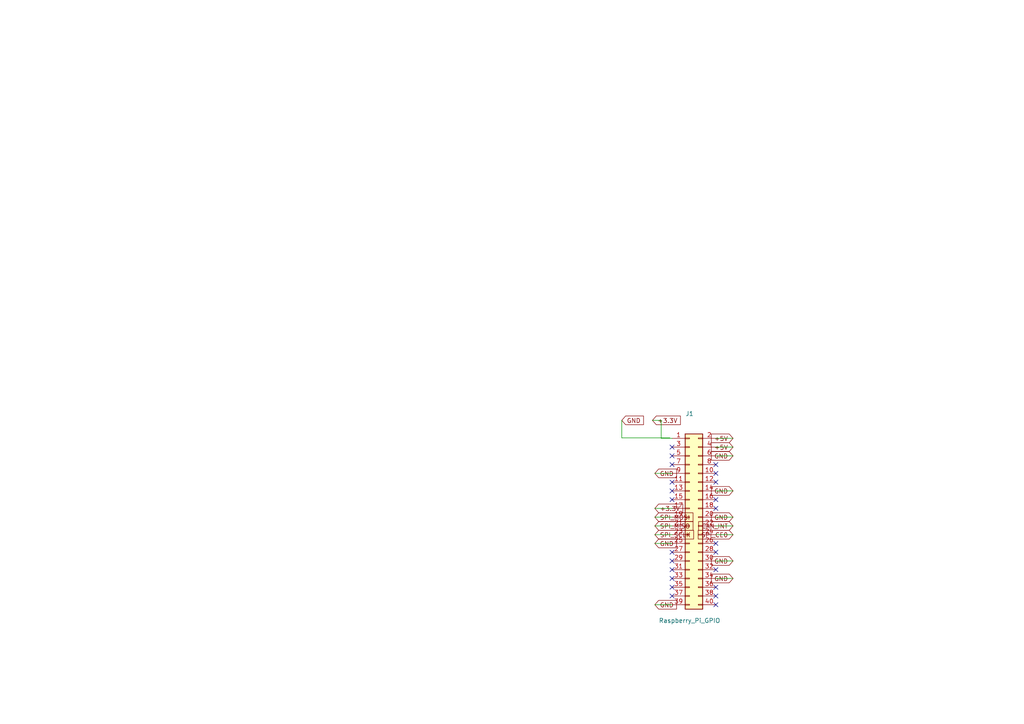
<source format=kicad_sch>
(kicad_sch (version 20250114) (generator "eeschema") (generator_version "9.0")
  (paper "A4")
  (title_block (title "SubaruDash CAN HAT") (date "2026-02-02") (rev "1.0"))
  (lib_symbols
    (symbol "Connector:Screw_Terminal_01x02" (pin_names (offset 1.016) (hide yes))
      (property "Reference" "J" (at 0 2.54 0))
      (property "Value" "Screw_Terminal_01x02" (at 0 -5.08 0))
      (symbol "Screw_Terminal_01x02_1_1"
        (rectangle (start -1.27 1.27) (end 1.27 -3.81) (stroke (width 0.254)) (fill (type background)))
        (polyline (pts (xy -0.5334 0.3302) (xy 0.3302 -0.508)) (stroke (width 0.1524)))
        (polyline (pts (xy -0.5334 -2.2098) (xy 0.3302 -3.048)) (stroke (width 0.1524)))
        (polyline (pts (xy -0.3556 0.508) (xy 0.508 -0.3302)) (stroke (width 0.1524)))
        (polyline (pts (xy -0.3556 -2.032) (xy 0.508 -2.8702)) (stroke (width 0.1524)))
        (circle (center 0 0) (radius 0.635) (stroke (width 0.1524)))
        (circle (center 0 -2.54) (radius 0.635) (stroke (width 0.1524)))
        (pin passive line (at -5.08 0 0) (length 3.81) (name "Pin_1") (number "1"))
        (pin passive line (at -5.08 -2.54 0) (length 3.81) (name "Pin_2") (number "2"))
      )
    )
    (symbol "Connector_Generic:Conn_01x02" (pin_names (offset 1.016) (hide yes))
      (property "Reference" "J" (at 0 2.54 0))
      (property "Value" "Conn_01x02" (at 0 -5.08 0))
      (symbol "Conn_01x02_1_1"
        (rectangle (start -1.27 1.27) (end 1.27 -3.81) (stroke (width 0.254)) (fill (type background)))
        (rectangle (start -1.27 0.127) (end 0 -0.127) (stroke (width 0.1524)))
        (rectangle (start -1.27 -2.413) (end 0 -2.667) (stroke (width 0.1524)))
        (pin passive line (at -5.08 0 0) (length 3.81) (name "Pin_1") (number "1"))
        (pin passive line (at -5.08 -2.54 0) (length 3.81) (name "Pin_2") (number "2"))
      )
    )
    (symbol "Connector_Generic:Conn_01x03" (pin_names (offset 1.016) (hide yes))
      (property "Reference" "J" (at 0 5.08 0))
      (property "Value" "Conn_01x03" (at 0 -5.08 0))
      (symbol "Conn_01x03_1_1"
        (rectangle (start -1.27 3.81) (end 1.27 -3.81) (stroke (width 0.254)) (fill (type background)))
        (rectangle (start -1.27 2.667) (end 0 2.413) (stroke (width 0.1524)))
        (rectangle (start -1.27 0.127) (end 0 -0.127) (stroke (width 0.1524)))
        (rectangle (start -1.27 -2.413) (end 0 -2.667) (stroke (width 0.1524)))
        (pin passive line (at -5.08 2.54 0) (length 3.81) (name "Pin_1") (number "1"))
        (pin passive line (at -5.08 0 0) (length 3.81) (name "Pin_2") (number "2"))
        (pin passive line (at -5.08 -2.54 0) (length 3.81) (name "Pin_3") (number "3"))
      )
    )
    (symbol "Connector_Generic:Conn_01x06" (pin_names (offset 1.016) (hide yes))
      (property "Reference" "J" (at 0 7.62 0))
      (property "Value" "Conn_01x06" (at 0 -10.16 0))
      (symbol "Conn_01x06_1_1"
        (rectangle (start -1.27 6.35) (end 1.27 -8.89) (stroke (width 0.254)) (fill (type background)))
        (rectangle (start -1.27 5.207) (end 0 4.953) (stroke (width 0.1524)))
        (rectangle (start -1.27 2.667) (end 0 2.413) (stroke (width 0.1524)))
        (rectangle (start -1.27 0.127) (end 0 -0.127) (stroke (width 0.1524)))
        (rectangle (start -1.27 -2.413) (end 0 -2.667) (stroke (width 0.1524)))
        (rectangle (start -1.27 -4.953) (end 0 -5.207) (stroke (width 0.1524)))
        (rectangle (start -1.27 -7.493) (end 0 -7.747) (stroke (width 0.1524)))
        (pin passive line (at -5.08 5.08 0) (length 3.81) (name "Pin_1") (number "1"))
        (pin passive line (at -5.08 2.54 0) (length 3.81) (name "Pin_2") (number "2"))
        (pin passive line (at -5.08 0 0) (length 3.81) (name "Pin_3") (number "3"))
        (pin passive line (at -5.08 -2.54 0) (length 3.81) (name "Pin_4") (number "4"))
        (pin passive line (at -5.08 -5.08 0) (length 3.81) (name "Pin_5") (number "5"))
        (pin passive line (at -5.08 -7.62 0) (length 3.81) (name "Pin_6") (number "6"))
      )
    )
    (symbol "Connector_Generic:Conn_01x08" (pin_names (offset 1.016) (hide yes))
      (property "Reference" "J" (at 0 10.16 0))
      (property "Value" "Conn_01x08" (at 0 -12.7 0))
      (symbol "Conn_01x08_1_1"
        (rectangle (start -1.27 8.89) (end 1.27 -11.43) (stroke (width 0.254)) (fill (type background)))
        (rectangle (start -1.27 7.747) (end 0 7.493) (stroke (width 0.1524)))
        (rectangle (start -1.27 5.207) (end 0 4.953) (stroke (width 0.1524)))
        (rectangle (start -1.27 2.667) (end 0 2.413) (stroke (width 0.1524)))
        (rectangle (start -1.27 0.127) (end 0 -0.127) (stroke (width 0.1524)))
        (rectangle (start -1.27 -2.413) (end 0 -2.667) (stroke (width 0.1524)))
        (rectangle (start -1.27 -4.953) (end 0 -5.207) (stroke (width 0.1524)))
        (rectangle (start -1.27 -7.493) (end 0 -7.747) (stroke (width 0.1524)))
        (rectangle (start -1.27 -10.033) (end 0 -10.287) (stroke (width 0.1524)))
        (pin passive line (at -5.08 7.62 0) (length 3.81) (name "Pin_1") (number "1"))
        (pin passive line (at -5.08 5.08 0) (length 3.81) (name "Pin_2") (number "2"))
        (pin passive line (at -5.08 2.54 0) (length 3.81) (name "Pin_3") (number "3"))
        (pin passive line (at -5.08 0 0) (length 3.81) (name "Pin_4") (number "4"))
        (pin passive line (at -5.08 -2.54 0) (length 3.81) (name "Pin_5") (number "5"))
        (pin passive line (at -5.08 -5.08 0) (length 3.81) (name "Pin_6") (number "6"))
        (pin passive line (at -5.08 -7.62 0) (length 3.81) (name "Pin_7") (number "7"))
        (pin passive line (at -5.08 -10.16 0) (length 3.81) (name "Pin_8") (number "8"))
      )
    )
    (symbol "Connector_Generic:Conn_01x16" (pin_names (offset 1.016) (hide yes))
      (property "Reference" "J" (at 0 20.32 0))
      (property "Value" "Conn_01x16" (at 0 -22.86 0))
      (symbol "Conn_01x16_1_1"
        (rectangle (start -1.27 19.05) (end 1.27 -21.59) (stroke (width 0.254)) (fill (type background)))
        (rectangle (start -1.27 17.907) (end 0 17.653) (stroke (width 0.1524)))
        (rectangle (start -1.27 15.367) (end 0 15.113) (stroke (width 0.1524)))
        (rectangle (start -1.27 12.827) (end 0 12.573) (stroke (width 0.1524)))
        (rectangle (start -1.27 10.287) (end 0 10.033) (stroke (width 0.1524)))
        (rectangle (start -1.27 7.747) (end 0 7.493) (stroke (width 0.1524)))
        (rectangle (start -1.27 5.207) (end 0 4.953) (stroke (width 0.1524)))
        (rectangle (start -1.27 2.667) (end 0 2.413) (stroke (width 0.1524)))
        (rectangle (start -1.27 0.127) (end 0 -0.127) (stroke (width 0.1524)))
        (rectangle (start -1.27 -2.413) (end 0 -2.667) (stroke (width 0.1524)))
        (rectangle (start -1.27 -4.953) (end 0 -5.207) (stroke (width 0.1524)))
        (rectangle (start -1.27 -7.493) (end 0 -7.747) (stroke (width 0.1524)))
        (rectangle (start -1.27 -10.033) (end 0 -10.287) (stroke (width 0.1524)))
        (rectangle (start -1.27 -12.573) (end 0 -12.827) (stroke (width 0.1524)))
        (rectangle (start -1.27 -15.113) (end 0 -15.367) (stroke (width 0.1524)))
        (rectangle (start -1.27 -17.653) (end 0 -17.907) (stroke (width 0.1524)))
        (rectangle (start -1.27 -20.193) (end 0 -20.447) (stroke (width 0.1524)))
        (pin passive line (at -5.08 17.78 0) (length 3.81) (name "Pin_1") (number "1"))
        (pin passive line (at -5.08 15.24 0) (length 3.81) (name "Pin_2") (number "2"))
        (pin passive line (at -5.08 12.7 0) (length 3.81) (name "Pin_3") (number "3"))
        (pin passive line (at -5.08 10.16 0) (length 3.81) (name "Pin_4") (number "4"))
        (pin passive line (at -5.08 7.62 0) (length 3.81) (name "Pin_5") (number "5"))
        (pin passive line (at -5.08 5.08 0) (length 3.81) (name "Pin_6") (number "6"))
        (pin passive line (at -5.08 2.54 0) (length 3.81) (name "Pin_7") (number "7"))
        (pin passive line (at -5.08 0 0) (length 3.81) (name "Pin_8") (number "8"))
        (pin passive line (at -5.08 -2.54 0) (length 3.81) (name "Pin_9") (number "9"))
        (pin passive line (at -5.08 -5.08 0) (length 3.81) (name "Pin_10") (number "10"))
        (pin passive line (at -5.08 -7.62 0) (length 3.81) (name "Pin_11") (number "11"))
        (pin passive line (at -5.08 -10.16 0) (length 3.81) (name "Pin_12") (number "12"))
        (pin passive line (at -5.08 -12.7 0) (length 3.81) (name "Pin_13") (number "13"))
        (pin passive line (at -5.08 -15.24 0) (length 3.81) (name "Pin_14") (number "14"))
        (pin passive line (at -5.08 -17.78 0) (length 3.81) (name "Pin_15") (number "15"))
        (pin passive line (at -5.08 -20.32 0) (length 3.81) (name "Pin_16") (number "16"))
      )
    )
    (symbol "Connector_Generic:Conn_02x03_Odd_Even" (pin_names (offset 1.016) (hide yes))
      (property "Reference" "J" (at 1.27 5.08 0))
      (property "Value" "Conn_02x03_Odd_Even" (at 1.27 -5.08 0))
      (symbol "Conn_02x03_Odd_Even_1_1"
        (rectangle (start -1.27 3.81) (end 3.81 -3.81) (stroke (width 0.254)) (fill (type background)))
        (rectangle (start -1.27 2.667) (end 0 2.413) (stroke (width 0.1524)))
        (rectangle (start -1.27 0.127) (end 0 -0.127) (stroke (width 0.1524)))
        (rectangle (start -1.27 -2.413) (end 0 -2.667) (stroke (width 0.1524)))
        (rectangle (start 3.81 2.667) (end 2.54 2.413) (stroke (width 0.1524)))
        (rectangle (start 3.81 0.127) (end 2.54 -0.127) (stroke (width 0.1524)))
        (rectangle (start 3.81 -2.413) (end 2.54 -2.667) (stroke (width 0.1524)))
        (pin passive line (at -5.08 2.54 0) (length 3.81) (name "Pin_1") (number "1"))
        (pin passive line (at -5.08 0 0) (length 3.81) (name "Pin_3") (number "3"))
        (pin passive line (at -5.08 -2.54 0) (length 3.81) (name "Pin_5") (number "5"))
        (pin passive line (at 7.62 2.54 180) (length 3.81) (name "Pin_2") (number "2"))
        (pin passive line (at 7.62 0 180) (length 3.81) (name "Pin_4") (number "4"))
        (pin passive line (at 7.62 -2.54 180) (length 3.81) (name "Pin_6") (number "6"))
      )
    )
    (symbol "Connector_Generic:Conn_02x20_Odd_Even" (pin_names (offset 1.016) (hide yes))
      (property "Reference" "J" (at 1.27 25.4 0))
      (property "Value" "Conn_02x20_Odd_Even" (at 1.27 -27.94 0))
      (symbol "Conn_02x20_Odd_Even_1_1"
        (rectangle (start -1.27 24.13) (end 3.81 -26.67) (stroke (width 0.254)) (fill (type background)))
        (rectangle (start -1.27 22.987) (end 0 22.733) (stroke (width 0.1524)))
        (rectangle (start -1.27 20.447) (end 0 20.193) (stroke (width 0.1524)))
        (rectangle (start -1.27 17.907) (end 0 17.653) (stroke (width 0.1524)))
        (rectangle (start -1.27 15.367) (end 0 15.113) (stroke (width 0.1524)))
        (rectangle (start -1.27 12.827) (end 0 12.573) (stroke (width 0.1524)))
        (rectangle (start -1.27 10.287) (end 0 10.033) (stroke (width 0.1524)))
        (rectangle (start -1.27 7.747) (end 0 7.493) (stroke (width 0.1524)))
        (rectangle (start -1.27 5.207) (end 0 4.953) (stroke (width 0.1524)))
        (rectangle (start -1.27 2.667) (end 0 2.413) (stroke (width 0.1524)))
        (rectangle (start -1.27 0.127) (end 0 -0.127) (stroke (width 0.1524)))
        (rectangle (start -1.27 -2.413) (end 0 -2.667) (stroke (width 0.1524)))
        (rectangle (start -1.27 -4.953) (end 0 -5.207) (stroke (width 0.1524)))
        (rectangle (start -1.27 -7.493) (end 0 -7.747) (stroke (width 0.1524)))
        (rectangle (start -1.27 -10.033) (end 0 -10.287) (stroke (width 0.1524)))
        (rectangle (start -1.27 -12.573) (end 0 -12.827) (stroke (width 0.1524)))
        (rectangle (start -1.27 -15.113) (end 0 -15.367) (stroke (width 0.1524)))
        (rectangle (start -1.27 -17.653) (end 0 -17.907) (stroke (width 0.1524)))
        (rectangle (start -1.27 -20.193) (end 0 -20.447) (stroke (width 0.1524)))
        (rectangle (start -1.27 -22.733) (end 0 -22.987) (stroke (width 0.1524)))
        (rectangle (start -1.27 -25.273) (end 0 -25.527) (stroke (width 0.1524)))
        (rectangle (start 3.81 22.987) (end 2.54 22.733) (stroke (width 0.1524)))
        (rectangle (start 3.81 20.447) (end 2.54 20.193) (stroke (width 0.1524)))
        (rectangle (start 3.81 17.907) (end 2.54 17.653) (stroke (width 0.1524)))
        (rectangle (start 3.81 15.367) (end 2.54 15.113) (stroke (width 0.1524)))
        (rectangle (start 3.81 12.827) (end 2.54 12.573) (stroke (width 0.1524)))
        (rectangle (start 3.81 10.287) (end 2.54 10.033) (stroke (width 0.1524)))
        (rectangle (start 3.81 7.747) (end 2.54 7.493) (stroke (width 0.1524)))
        (rectangle (start 3.81 5.207) (end 2.54 4.953) (stroke (width 0.1524)))
        (rectangle (start 3.81 2.667) (end 2.54 2.413) (stroke (width 0.1524)))
        (rectangle (start 3.81 0.127) (end 2.54 -0.127) (stroke (width 0.1524)))
        (rectangle (start 3.81 -2.413) (end 2.54 -2.667) (stroke (width 0.1524)))
        (rectangle (start 3.81 -4.953) (end 2.54 -5.207) (stroke (width 0.1524)))
        (rectangle (start 3.81 -7.493) (end 2.54 -7.747) (stroke (width 0.1524)))
        (rectangle (start 3.81 -10.033) (end 2.54 -10.287) (stroke (width 0.1524)))
        (rectangle (start 3.81 -12.573) (end 2.54 -12.827) (stroke (width 0.1524)))
        (rectangle (start 3.81 -15.113) (end 2.54 -15.367) (stroke (width 0.1524)))
        (rectangle (start 3.81 -17.653) (end 2.54 -17.907) (stroke (width 0.1524)))
        (rectangle (start 3.81 -20.193) (end 2.54 -20.447) (stroke (width 0.1524)))
        (rectangle (start 3.81 -22.733) (end 2.54 -22.987) (stroke (width 0.1524)))
        (rectangle (start 3.81 -25.273) (end 2.54 -25.527) (stroke (width 0.1524)))
        (pin passive line (at -5.08 22.86 0) (length 3.81) (name "Pin_1") (number "1"))
        (pin passive line (at -5.08 20.32 0) (length 3.81) (name "Pin_3") (number "3"))
        (pin passive line (at -5.08 17.78 0) (length 3.81) (name "Pin_5") (number "5"))
        (pin passive line (at -5.08 15.24 0) (length 3.81) (name "Pin_7") (number "7"))
        (pin passive line (at -5.08 12.7 0) (length 3.81) (name "Pin_9") (number "9"))
        (pin passive line (at -5.08 10.16 0) (length 3.81) (name "Pin_11") (number "11"))
        (pin passive line (at -5.08 7.62 0) (length 3.81) (name "Pin_13") (number "13"))
        (pin passive line (at -5.08 5.08 0) (length 3.81) (name "Pin_15") (number "15"))
        (pin passive line (at -5.08 2.54 0) (length 3.81) (name "Pin_17") (number "17"))
        (pin passive line (at -5.08 0 0) (length 3.81) (name "Pin_19") (number "19"))
        (pin passive line (at -5.08 -2.54 0) (length 3.81) (name "Pin_21") (number "21"))
        (pin passive line (at -5.08 -5.08 0) (length 3.81) (name "Pin_23") (number "23"))
        (pin passive line (at -5.08 -7.62 0) (length 3.81) (name "Pin_25") (number "25"))
        (pin passive line (at -5.08 -10.16 0) (length 3.81) (name "Pin_27") (number "27"))
        (pin passive line (at -5.08 -12.7 0) (length 3.81) (name "Pin_29") (number "29"))
        (pin passive line (at -5.08 -15.24 0) (length 3.81) (name "Pin_31") (number "31"))
        (pin passive line (at -5.08 -17.78 0) (length 3.81) (name "Pin_33") (number "33"))
        (pin passive line (at -5.08 -20.32 0) (length 3.81) (name "Pin_35") (number "35"))
        (pin passive line (at -5.08 -22.86 0) (length 3.81) (name "Pin_37") (number "37"))
        (pin passive line (at -5.08 -25.4 0) (length 3.81) (name "Pin_39") (number "39"))
        (pin passive line (at 7.62 22.86 180) (length 3.81) (name "Pin_2") (number "2"))
        (pin passive line (at 7.62 20.32 180) (length 3.81) (name "Pin_4") (number "4"))
        (pin passive line (at 7.62 17.78 180) (length 3.81) (name "Pin_6") (number "6"))
        (pin passive line (at 7.62 15.24 180) (length 3.81) (name "Pin_8") (number "8"))
        (pin passive line (at 7.62 12.7 180) (length 3.81) (name "Pin_10") (number "10"))
        (pin passive line (at 7.62 10.16 180) (length 3.81) (name "Pin_12") (number "12"))
        (pin passive line (at 7.62 7.62 180) (length 3.81) (name "Pin_14") (number "14"))
        (pin passive line (at 7.62 5.08 180) (length 3.81) (name "Pin_16") (number "16"))
        (pin passive line (at 7.62 2.54 180) (length 3.81) (name "Pin_18") (number "18"))
        (pin passive line (at 7.62 0 180) (length 3.81) (name "Pin_20") (number "20"))
        (pin passive line (at 7.62 -2.54 180) (length 3.81) (name "Pin_22") (number "22"))
        (pin passive line (at 7.62 -5.08 180) (length 3.81) (name "Pin_24") (number "24"))
        (pin passive line (at 7.62 -7.62 180) (length 3.81) (name "Pin_26") (number "26"))
        (pin passive line (at 7.62 -10.16 180) (length 3.81) (name "Pin_28") (number "28"))
        (pin passive line (at 7.62 -12.7 180) (length 3.81) (name "Pin_30") (number "30"))
        (pin passive line (at 7.62 -15.24 180) (length 3.81) (name "Pin_32") (number "32"))
        (pin passive line (at 7.62 -17.78 180) (length 3.81) (name "Pin_34") (number "34"))
        (pin passive line (at 7.62 -20.32 180) (length 3.81) (name "Pin_36") (number "36"))
        (pin passive line (at 7.62 -22.86 180) (length 3.81) (name "Pin_38") (number "38"))
        (pin passive line (at 7.62 -25.4 180) (length 3.81) (name "Pin_40") (number "40"))
      )
    )
    (symbol "Device:C" (pin_numbers (hide yes)) (pin_names (offset 0.254))
      (property "Reference" "C" (at 0.635 2.54 0))
      (property "Value" "C" (at 0.635 -2.54 0))
      (symbol "C_0_1"
        (polyline (pts (xy -2.032 0.762) (xy 2.032 0.762)) (stroke (width 0.508)))
        (polyline (pts (xy -2.032 -0.762) (xy 2.032 -0.762)) (stroke (width 0.508)))
      )
      (symbol "C_1_1"
        (pin passive line (at 0 3.81 270) (length 2.794) (name "~") (number "1"))
        (pin passive line (at 0 -3.81 90) (length 2.794) (name "~") (number "2"))
      )
    )
    (symbol "Device:Crystal" (pin_numbers (hide yes)) (pin_names (offset 1.016) (hide yes))
      (property "Reference" "Y" (at 0 3.81 0))
      (property "Value" "Crystal" (at 0 -3.81 0))
      (symbol "Crystal_0_1"
        (polyline (pts (xy -2.54 0) (xy -1.905 0)))
        (polyline (pts (xy -1.905 -1.27) (xy -1.905 1.27)) (stroke (width 0.508)))
        (rectangle (start -1.143 2.54) (end 1.143 -2.54) (stroke (width 0.3048)))
        (polyline (pts (xy 1.905 -1.27) (xy 1.905 1.27)) (stroke (width 0.508)))
        (polyline (pts (xy 2.54 0) (xy 1.905 0)))
      )
      (symbol "Crystal_1_1"
        (pin passive line (at -3.81 0 0) (length 1.27) (name "1") (number "1"))
        (pin passive line (at 3.81 0 180) (length 1.27) (name "2") (number "2"))
      )
    )
    (symbol "Device:D_Schottky" (pin_numbers (hide yes)) (pin_names (offset 1.016) (hide yes))
      (property "Reference" "D" (at 0 2.54 0))
      (property "Value" "D_Schottky" (at 0 -2.54 0))
      (symbol "D_Schottky_0_1"
        (polyline (pts (xy -1.905 0.635) (xy -1.905 1.27) (xy -1.27 1.27) (xy -1.27 -1.27) (xy -0.635 -1.27) (xy -0.635 -0.635)) (stroke (width 0.254)))
        (polyline (pts (xy 1.27 1.27) (xy 1.27 -1.27) (xy -1.27 0) (xy 1.27 1.27)) (stroke (width 0.254)))
        (polyline (pts (xy 1.27 0) (xy -1.27 0)))
      )
      (symbol "D_Schottky_1_1"
        (pin passive line (at -3.81 0 0) (length 2.54) (name "K") (number "1"))
        (pin passive line (at 3.81 0 180) (length 2.54) (name "A") (number "2"))
      )
    )
    (symbol "Device:D_TVS" (pin_numbers (hide yes)) (pin_names (offset 1.016) (hide yes))
      (property "Reference" "D" (at 0 2.54 0))
      (property "Value" "D_TVS" (at 0 -2.54 0))
      (symbol "D_TVS_0_1"
        (polyline (pts (xy -2.54 1.27) (xy -2.54 -1.27) (xy 2.54 1.27) (xy 2.54 -1.27) (xy -2.54 1.27)) (stroke (width 0.254)))
        (polyline (pts (xy 0.508 1.27) (xy 0 1.27) (xy 0 -1.27) (xy -0.508 -1.27)) (stroke (width 0.254)))
        (polyline (pts (xy 1.27 0) (xy -1.27 0)))
      )
      (symbol "D_TVS_1_1"
        (pin passive line (at -3.81 0 0) (length 2.54) (name "A1") (number "1"))
        (pin passive line (at 3.81 0 180) (length 2.54) (name "A2") (number "2"))
      )
    )
    (symbol "Device:Fuse" (pin_numbers (hide yes)) (pin_names (offset 0))
      (property "Reference" "F" (at 2.032 0 90))
      (property "Value" "Fuse" (at -1.905 0 90))
      (symbol "Fuse_0_1"
        (rectangle (start -0.762 -2.54) (end 0.762 2.54) (stroke (width 0.254)))
        (polyline (pts (xy 0 2.54) (xy 0 -2.54)))
      )
      (symbol "Fuse_1_1"
        (pin passive line (at 0 3.81 270) (length 1.27) (name "~") (number "1"))
        (pin passive line (at 0 -3.81 90) (length 1.27) (name "~") (number "2"))
      )
    )
    (symbol "Device:L" (pin_numbers (hide yes)) (pin_names (offset 1.016) (hide yes))
      (property "Reference" "L" (at -1.27 0 90))
      (property "Value" "L" (at 1.905 0 90))
      (symbol "L_0_1"
        (arc (start 0 2.54) (mid 0.6323 1.905) (end 0 1.27))
        (arc (start 0 1.27) (mid 0.6323 0.635) (end 0 0))
        (arc (start 0 0) (mid 0.6323 -0.635) (end 0 -1.27))
        (arc (start 0 -1.27) (mid 0.6323 -1.905) (end 0 -2.54))
      )
      (symbol "L_1_1"
        (pin passive line (at 0 3.81 270) (length 1.27) (name "1") (number "1"))
        (pin passive line (at 0 -3.81 90) (length 1.27) (name "2") (number "2"))
      )
    )
    (symbol "Device:LED" (pin_numbers (hide yes)) (pin_names (offset 1.016) (hide yes))
      (property "Reference" "D" (at 0 2.54 0))
      (property "Value" "LED" (at 0 -2.54 0))
      (symbol "LED_0_1"
        (polyline (pts (xy -3.048 -0.762) (xy -4.572 -2.286) (xy -3.81 -2.286) (xy -4.572 -2.286) (xy -4.572 -1.524)))
        (polyline (pts (xy -1.778 -0.762) (xy -3.302 -2.286) (xy -2.54 -2.286) (xy -3.302 -2.286) (xy -3.302 -1.524)))
        (polyline (pts (xy -1.27 0) (xy 1.27 0)))
        (polyline (pts (xy -1.27 -1.27) (xy -1.27 1.27)) (stroke (width 0.254)))
        (polyline (pts (xy 1.27 -1.27) (xy 1.27 1.27) (xy -1.27 0) (xy 1.27 -1.27)) (stroke (width 0.254)))
      )
      (symbol "LED_1_1"
        (pin passive line (at -3.81 0 0) (length 2.54) (name "K") (number "1"))
        (pin passive line (at 3.81 0 180) (length 2.54) (name "A") (number "2"))
      )
    )
    (symbol "Device:R" (pin_numbers (hide yes)) (pin_names (offset 0))
      (property "Reference" "R" (at 2.032 0 90))
      (property "Value" "R" (at 0 0 90))
      (symbol "R_0_1"
        (rectangle (start -1.016 -2.54) (end 1.016 2.54) (stroke (width 0.254)))
      )
      (symbol "R_1_1"
        (pin passive line (at 0 3.81 270) (length 1.27) (name "~") (number "1"))
        (pin passive line (at 0 -3.81 90) (length 1.27) (name "~") (number "2"))
      )
    )
    (symbol "Interface_CAN_LIN:MCP2515-xSO"
      (property "Reference" "U" (at -10.16 19.685 0))
      (property "Value" "MCP2515-xSO" (at 19.05 20.32 0))
      (symbol "MCP2515-xSO_0_1"
        (rectangle (start -12.7 17.78) (end 12.7 -17.78) (stroke (width 0.254)) (fill (type background)))
      )
      (symbol "MCP2515-xSO_1_1"
        (pin input line (at -15.24 15.24 0) (length 2.54) (name "SI") (number "14"))
        (pin output line (at -15.24 12.7 0) (length 2.54) (name "SO") (number "15"))
        (pin input line (at -15.24 10.16 0) (length 2.54) (name "~{CS}") (number "16"))
        (pin input line (at -15.24 7.62 0) (length 2.54) (name "SCK") (number "13"))
        (pin output line (at -15.24 -5.08 0) (length 2.54) (name "OSC2") (number "7"))
        (pin input line (at -15.24 -7.62 0) (length 2.54) (name "OSC1") (number "8"))
        (pin output line (at -15.24 -10.16 0) (length 2.54) (name "CLKOUT/SOF") (number "3"))
        (pin power_in line (at 0 20.32 270) (length 2.54) (name "VDD") (number "18"))
        (pin power_in line (at 0 -20.32 90) (length 2.54) (name "VSS") (number "9"))
        (pin input line (at 15.24 15.24 180) (length 2.54) (name "RXCAN") (number "2"))
        (pin output line (at 15.24 12.7 180) (length 2.54) (name "TXCAN") (number "1"))
        (pin output line (at 15.24 0 180) (length 2.54) (name "~{INT}") (number "12"))
        (pin output line (at 15.24 -2.54 180) (length 2.54) (name "~{RX0BF}") (number "11"))
        (pin output line (at 15.24 -5.08 180) (length 2.54) (name "~{RX1BF}") (number "10"))
        (pin input line (at 15.24 -7.62 180) (length 2.54) (name "~{TX0RTS}") (number "4"))
        (pin input line (at 15.24 -10.16 180) (length 2.54) (name "~{TX1RTS}") (number "5"))
        (pin input line (at 15.24 -12.7 180) (length 2.54) (name "~{TX2RTS}") (number "6"))
        (pin input line (at 15.24 -15.24 180) (length 2.54) (name "~{RESET}") (number "17"))
      )
    )
    (symbol "Interface_CAN_LIN:SN65HVD230" (pin_names (offset 1.016))
      (property "Reference" "U" (at -2.54 10.16 0))
      (property "Value" "SN65HVD230" (at -2.54 7.62 0))
      (symbol "SN65HVD230_0_1"
        (rectangle (start -7.62 5.08) (end 7.62 -7.62) (stroke (width 0.254)) (fill (type background)))
      )
      (symbol "SN65HVD230_1_1"
        (pin input line (at -10.16 2.54 0) (length 2.54) (name "D") (number "1"))
        (pin output line (at -10.16 0 0) (length 2.54) (name "R") (number "4"))
        (pin output line (at -10.16 -2.54 0) (length 2.54) (name "Vref") (number "5"))
        (pin input line (at -10.16 -5.08 0) (length 2.54) (name "Rs") (number "8"))
        (pin power_in line (at 0 7.62 270) (length 2.54) (name "VCC") (number "3"))
        (pin power_in line (at 0 -10.16 90) (length 2.54) (name "GND") (number "2"))
        (pin bidirectional line (at 10.16 0 180) (length 2.54) (name "CANH") (number "7"))
        (pin bidirectional line (at 10.16 -2.54 180) (length 2.54) (name "CANL") (number "6"))
      )
    )
    (symbol "Isolator:LTV-817S" (pin_names (offset 1.016))
      (property "Reference" "U" (at -3.81 5.08 0))
      (property "Value" "LTV-817S" (at 0 -5.08 0))
      (symbol "LTV-817S_1_1"
        (rectangle (start -5.08 3.81) (end 5.08 -3.81) (stroke (width 0.254)) (fill (type background)))
        (polyline (pts (xy -5.08 2.54) (xy -2.54 2.54) (xy -2.54 -0.762)))
        (polyline (pts (xy -3.175 -0.635) (xy -1.905 -0.635)) (stroke (width 0.254)))
        (polyline (pts (xy -2.54 -0.635) (xy -2.54 -2.54) (xy -5.08 -2.54)))
        (polyline (pts (xy -2.54 -0.635) (xy -3.175 0.635) (xy -1.905 0.635) (xy -2.54 -0.635)) (stroke (width 0.254)))
        (polyline (pts (xy -0.508 0.508) (xy 0.762 0.508) (xy 0.381 0.381) (xy 0.381 0.635) (xy 0.762 0.508)))
        (polyline (pts (xy -0.508 -0.508) (xy 0.762 -0.508) (xy 0.381 -0.635) (xy 0.381 -0.381) (xy 0.762 -0.508)))
        (polyline (pts (xy 2.54 1.905) (xy 2.54 -1.905)) (stroke (width 0.508)))
        (polyline (pts (xy 2.54 0.635) (xy 4.445 2.54)))
        (polyline (pts (xy 3.048 -1.651) (xy 3.556 -1.143) (xy 4.064 -2.159) (xy 3.048 -1.651)) (fill (type outline)))
        (polyline (pts (xy 4.445 2.54) (xy 5.08 2.54)))
        (polyline (pts (xy 4.445 -2.54) (xy 2.54 -0.635)) (fill (type outline)))
        (polyline (pts (xy 4.445 -2.54) (xy 5.08 -2.54)))
        (pin passive line (at -7.62 2.54 0) (length 2.54) (name "~") (number "1"))
        (pin passive line (at -7.62 -2.54 0) (length 2.54) (name "~") (number "2"))
        (pin passive line (at 7.62 2.54 180) (length 2.54) (name "~") (number "4"))
        (pin passive line (at 7.62 -2.54 180) (length 2.54) (name "~") (number "3"))
      )
    )
    (symbol "MCU_Microchip_ATtiny:ATtiny85-20P"
      (property "Reference" "U" (at -12.7 13.97 0))
      (property "Value" "ATtiny85-20P" (at 2.54 -13.97 0))
      (symbol "ATtiny85-20P_0_1"
        (rectangle (start -12.7 -12.7) (end 12.7 12.7) (stroke (width 0.254)) (fill (type background)))
      )
      (symbol "ATtiny85-20P_1_1"
        (pin power_in line (at 0 15.24 270) (length 2.54) (name "VCC") (number "8"))
        (pin power_in line (at 0 -15.24 90) (length 2.54) (name "GND") (number "4"))
        (pin bidirectional line (at 15.24 7.62 180) (length 2.54) (name "AREF/PB0") (number "5"))
        (pin bidirectional line (at 15.24 5.08 180) (length 2.54) (name "PB1") (number "6"))
        (pin bidirectional line (at 15.24 2.54 180) (length 2.54) (name "PB2") (number "7"))
        (pin bidirectional line (at 15.24 0 180) (length 2.54) (name "XTAL1/PB3") (number "2"))
        (pin bidirectional line (at 15.24 -2.54 180) (length 2.54) (name "XTAL2/PB4") (number "3"))
        (pin bidirectional line (at 15.24 -5.08 180) (length 2.54) (name "~{RESET}/PB5") (number "1"))
      )
    )
    (symbol "Regulator_Linear:AMS1117-3.3"
      (property "Reference" "U" (at -3.81 3.175 0))
      (property "Value" "AMS1117-3.3" (at 0 3.175 0))
      (symbol "AMS1117-3.3_0_1"
        (rectangle (start -5.08 -5.08) (end 5.08 1.905) (stroke (width 0.254)) (fill (type background)))
      )
      (symbol "AMS1117-3.3_1_1"
        (pin power_in line (at -7.62 0 0) (length 2.54) (name "VI") (number "3"))
        (pin power_in line (at 0 -7.62 90) (length 2.54) (name "GND") (number "1"))
        (pin power_out line (at 7.62 0 180) (length 2.54) (name "VO") (number "2"))
      )
    )
    (symbol "Regulator_Switching:TPS54560BDDA"
      (property "Reference" "U" (at -6.35 8.89 0))
      (property "Value" "TPS54560BDDA" (at 10.16 8.89 0))
      (symbol "TPS54560BDDA_0_1"
        (rectangle (start -10.16 7.62) (end 10.16 -7.62) (stroke (width 0.254)) (fill (type background)))
      )
      (symbol "TPS54560BDDA_1_1"
        (pin power_in line (at -12.7 5.08 0) (length 2.54) (name "VIN") (number "2"))
        (pin input line (at -12.7 0 0) (length 2.54) (name "EN") (number "3"))
        (pin output line (at -12.7 -2.54 0) (length 2.54) (name "COMP") (number "6"))
        (pin passive line (at -12.7 -5.08 0) (length 2.54) (name "RT/CLK") (number "4"))
        (pin power_in line (at 0 -10.16 90) (length 2.54) (name "GND") (number "7"))
        (pin passive line (at 0 -10.16 90) (length 2.54) (hide yes) (name "GND") (number "9"))
        (pin passive line (at 12.7 5.08 180) (length 2.54) (name "BOOT") (number "1"))
        (pin power_out line (at 12.7 0 180) (length 2.54) (name "SW") (number "8"))
        (pin input line (at 12.7 -5.08 180) (length 2.54) (name "FB") (number "5"))
      )
    )
    (symbol "Transistor_FET:2N7002" (pin_names (offset 0) (hide yes))
      (property "Reference" "Q" (at 5.08 1.905 0))
      (property "Value" "2N7002" (at 5.08 0 0))
      (symbol "2N7002_0_1"
        (polyline (pts (xy 0.254 1.905) (xy 0.254 -1.905)) (stroke (width 0.254)))
        (polyline (pts (xy 0.254 0) (xy -2.54 0)))
        (polyline (pts (xy 0.762 2.286) (xy 0.762 1.27)) (stroke (width 0.254)))
        (polyline (pts (xy 0.762 0.508) (xy 0.762 -0.508)) (stroke (width 0.254)))
        (polyline (pts (xy 0.762 -1.27) (xy 0.762 -2.286)) (stroke (width 0.254)))
        (polyline (pts (xy 0.762 -1.778) (xy 3.302 -1.778) (xy 3.302 1.778) (xy 0.762 1.778)))
        (polyline (pts (xy 1.016 0) (xy 2.032 0.381) (xy 2.032 -0.381) (xy 1.016 0)) (fill (type outline)))
        (circle (center 1.651 0) (radius 2.794) (stroke (width 0.254)))
        (polyline (pts (xy 2.54 2.54) (xy 2.54 1.778)))
        (circle (center 2.54 1.778) (radius 0.254) (fill (type outline)))
        (circle (center 2.54 -1.778) (radius 0.254) (fill (type outline)))
        (polyline (pts (xy 2.54 -2.54) (xy 2.54 0) (xy 0.762 0)))
        (polyline (pts (xy 2.921 0.381) (xy 3.683 0.381)))
        (polyline (pts (xy 3.302 0.381) (xy 2.921 -0.254) (xy 3.683 -0.254) (xy 3.302 0.381)))
      )
      (symbol "2N7002_1_1"
        (pin input line (at -5.08 0 0) (length 2.54) (name "G") (number "1"))
        (pin passive line (at 2.54 5.08 270) (length 2.54) (name "D") (number "3"))
        (pin passive line (at 2.54 -5.08 90) (length 2.54) (name "S") (number "2"))
      )
    )
    (symbol "Transistor_FET:IRLB8721PBF" (pin_names (hide yes))
      (property "Reference" "Q" (at 5.08 1.905 0))
      (property "Value" "IRLB8721PBF" (at 5.08 0 0))
      (symbol "IRLB8721PBF_0_1"
        (polyline (pts (xy 0.254 1.905) (xy 0.254 -1.905)) (stroke (width 0.254)))
        (polyline (pts (xy 0.254 0) (xy -2.54 0)))
        (polyline (pts (xy 0.762 2.286) (xy 0.762 1.27)) (stroke (width 0.254)))
        (polyline (pts (xy 0.762 0.508) (xy 0.762 -0.508)) (stroke (width 0.254)))
        (polyline (pts (xy 0.762 -1.27) (xy 0.762 -2.286)) (stroke (width 0.254)))
        (polyline (pts (xy 0.762 -1.778) (xy 3.302 -1.778) (xy 3.302 1.778) (xy 0.762 1.778)))
        (polyline (pts (xy 1.016 0) (xy 2.032 0.381) (xy 2.032 -0.381) (xy 1.016 0)) (fill (type outline)))
        (circle (center 1.651 0) (radius 2.794) (stroke (width 0.254)))
        (polyline (pts (xy 2.54 2.54) (xy 2.54 1.778)))
        (circle (center 2.54 1.778) (radius 0.254) (fill (type outline)))
        (circle (center 2.54 -1.778) (radius 0.254) (fill (type outline)))
        (polyline (pts (xy 2.54 -2.54) (xy 2.54 0) (xy 0.762 0)))
        (polyline (pts (xy 2.794 0.508) (xy 2.921 0.381) (xy 3.683 0.381) (xy 3.81 0.254)))
        (polyline (pts (xy 3.302 0.381) (xy 2.921 -0.254) (xy 3.683 -0.254) (xy 3.302 0.381)))
      )
      (symbol "IRLB8721PBF_1_1"
        (pin input line (at -5.08 0 0) (length 2.54) (name "G") (number "1"))
        (pin passive line (at 2.54 5.08 270) (length 2.54) (name "D") (number "2"))
        (pin passive line (at 2.54 -5.08 90) (length 2.54) (name "S") (number "3"))
      )
    )
    (symbol "power:GND" (power) (pin_numbers (hide yes)) (pin_names (offset 0) (hide yes))
      (property "Value" "GND" (at 0 -3.81 0))
      (symbol "GND_0_1"
        (polyline (pts (xy 0 0) (xy 0 -1.27) (xy 1.27 -1.27) (xy 0 -2.54) (xy -1.27 -1.27) (xy 0 -1.27)))
      )
      (symbol "GND_1_1"
        (pin power_in line (at 0 0 270) (length 0) (name "~") (number "1"))
      )
    )
    (symbol "power:PWR_FLAG" (power) (pin_numbers (hide yes)) (pin_names (offset 0) (hide yes))
      (property "Value" "PWR_FLAG" (at 0 3.81 0))
      (symbol "PWR_FLAG_0_0"
        (pin power_out line (at 0 0 90) (length 0) (name "~") (number "1"))
      )
      (symbol "PWR_FLAG_0_1"
        (polyline (pts (xy 0 0) (xy 0 1.27) (xy -1.016 1.905) (xy 0 2.54) (xy 1.016 1.905) (xy 0 1.27)))
      )
    )
  )
  (junction (at 383.54 448.31))
  (junction (at 373.38 433.07))
  (no_connect (at 439.42 571.5))
  (no_connect (at 459.74 129.54))
  (no_connect (at 194.92 132.22))
  (no_connect (at 207.62 172.86))
  (no_connect (at 207.62 170.32))
  (no_connect (at 207.62 160.16))
  (no_connect (at 207.62 157.62))
  (no_connect (at 459.74 139.7))
  (no_connect (at 561.34 701.04))
  (no_connect (at 439.42 510.54))
  (no_connect (at 207.62 134.76))
  (no_connect (at 194.92 129.68))
  (no_connect (at 194.92 165.24))
  (no_connect (at 439.42 513.08))
  (no_connect (at 439.42 574.04))
  (no_connect (at 194.92 170.32))
  (no_connect (at 429.26 137.16))
  (no_connect (at 194.92 139.84))
  (no_connect (at 459.74 132.08))
  (no_connect (at 207.62 147.46))
  (no_connect (at 194.92 167.78))
  (no_connect (at 439.42 505.46))
  (no_connect (at 207.62 165.24))
  (no_connect (at 207.62 139.84))
  (no_connect (at 820.42 756.92))
  (no_connect (at 820.42 759.46))
  (no_connect (at 820.42 762))
  (no_connect (at 820.42 764.54))
  (no_connect (at 820.42 767.08))
  (no_connect (at 207.62 144.92))
  (no_connect (at 194.92 144.92))
  (no_connect (at 207.62 137.3))
  (no_connect (at 207.62 175.4))
  (no_connect (at 459.74 134.62))
  (no_connect (at 194.92 134.76))
  (no_connect (at 194.92 160.16))
  (no_connect (at 194.92 142.38))
  (no_connect (at 194.92 162.7))
  (no_connect (at 194.92 172.86))
  (no_connect (at 439.42 515.62))
  (no_connect (at 439.42 518.16))
  (no_connect (at 439.42 520.7))
  (no_connect (at 439.42 523.24))
  (no_connect (at 439.42 525.78))
  (no_connect (at 459.74 137.16))
  (no_connect (at 439.42 528.32))
  (no_connect (at 439.42 508))
  (wire (pts (xy 194.92 157.62) (xy 189.92 157.62)))
  (wire (pts (xy 377.19 190.5) (xy 372.19 190.5)))
  (wire (pts (xy 207.62 167.78) (xy 212.62 167.78)))
  (wire (pts (xy 180.34 121.92) (xy 180.34 127)))
  (wire (pts (xy 207.62 142.38) (xy 212.62 142.38)))
  (wire (pts (xy 383.54 444.5) (xy 381 444.5)))
  (wire (pts (xy 191.77 121.92) (xy 189.23 121.92)))
  (wire (pts (xy 369.57 429.26) (xy 368.3 429.26)))
  (wire (pts (xy 384.81 190.5) (xy 389.81 190.5)))
  (wire (pts (xy 391.16 433.07) (xy 388.62 433.07)))
  (wire (pts (xy 194.92 147.46) (xy 189.92 147.46)))
  (wire (pts (xy 207.62 150) (xy 212.62 150)))
  (wire (pts (xy 369.57 429.26) (xy 369.57 433.07)))
  (wire (pts (xy 383.54 449.58) (xy 383.54 448.31)))
  (wire (pts (xy 191.77 121.92) (xy 191.77 127.14)))
  (wire (pts (xy 207.62 129.68) (xy 212.62 129.68)))
  (wire (pts (xy 180.34 127) (xy 194.31 127)))
  (wire (pts (xy 194.92 175.4) (xy 189.92 175.4)))
  (wire (pts (xy 207.62 155.08) (xy 212.62 155.08)))
  (wire (pts (xy 504.19 317.5) (xy 504.19 377.19)))
  (wire (pts (xy 504.19 377.19) (xy 508 377.19)))
  (wire (pts (xy 381 444.5) (xy 381 440.69)))
  (wire (pts (xy 194.92 150) (xy 189.92 150)))
  (wire (pts (xy 207.62 127.14) (xy 212.62 127.14)))
  (wire (pts (xy 207.62 162.7) (xy 212.62 162.7)))
  (wire (pts (xy 369.57 433.07) (xy 373.38 433.07)))
  (wire (pts (xy 194.92 152.54) (xy 189.92 152.54)))
  (wire (pts (xy 567.69 317.5) (xy 567.69 377.19)))
  (wire (pts (xy 567.69 377.19) (xy 571.5 377.19)))
  (wire (pts (xy 391.16 436.88) (xy 391.16 433.07)))
  (wire (pts (xy 194.92 155.08) (xy 189.92 155.08)))
  (wire (pts (xy 207.62 152.54) (xy 212.62 152.54)))
  (wire (pts (xy 207.62 132.22) (xy 212.62 132.22)))
  (wire (pts (xy 383.54 444.5) (xy 383.54 448.31)))
  (wire (pts (xy 191.77 127.14) (xy 194.92 127.14)))
  (wire (pts (xy 194.92 137.3) (xy 189.92 137.3)))
  (wire (pts (xy 373.38 433.07) (xy 374.65 433.07)))
  (label "CANH_U5" (at 581.66 698.5 0))
  (label "CANL_U5" (at 596.19 701.04 0))
  (label "GND" (at 356.87 438.15 0))
  (label "CAN_RX" (at 561.34 698.5 0))
  (label "GND" (at 444.5 147.32 0))
  (label "CAN_INT" (at 459.74 127 0))
  (label "SPI_SCLK" (at 429.26 119.38 0))
  (label "CANL" (at 603.81 701.04 0))
  (label "OSC1" (at 433.07 149.86 0))
  (label "OSC2" (at 194.31 571.5 0))
  (label "GND" (at 561.34 703.58 0))
  (label "GND" (at 433.07 157.48 0))
  (label "OSC2" (at 424.18 152.4 0))
  (label "CANH_U5" (at 596.19 698.5 0))
  (label "+5V" (at 373.38 433.07 0))
  (label "SPI_MOSI" (at 429.26 111.76 0))
  (label "+3.3V" (at 459.74 142.24 0))
  (label "+5V" (at 356.87 430.53 0))
  (label "OSC1" (at 429.26 134.62 0))
  (label "+3.3V" (at 444.5 106.68 0))
  (label "GND" (at 439.42 500.38 180))
  (label "OSC1" (at 186.69 571.5 180))
  (label "CAN_RX" (at 459.74 111.76 0))
  (label "+3.3V" (at 403.86 431.8 0))
  (label "CANH" (at 603.81 698.5 0))
  (label "CAN_TX" (at 561.34 695.96 0))
  (label "GND" (at 424.18 160.02 0))
  (label "GND" (at 571.5 708.66 0))
  (label "OSC2" (at 429.26 132.08 0))
  (label "GND" (at 403.86 439.42 0))
  (label "+3.3V" (at 571.5 690.88 0))
  (label "GND" (at 381 440.69 0))
  (label "+3.3V" (at 388.62 433.07 0))
  (label "CANL_U5" (at 581.66 701.04 0))
  (label "CAN_TX" (at 459.74 114.3 0))
  (label "SPI_CE0" (at 429.26 116.84 0))
  (label "SPI_MISO" (at 429.26 114.3 0))
  (label "+3.3V" (at 388.62 433.07 0))
  (global_label "SPI_SCLK" (shape input) (at 439.42 495.3 0) (property "Intersheetrefs" "${INTERSHEET_REFS}" (effects (hide yes))))
  (global_label "GND" (shape input) (at 383.54 449.58 90) (property "Intersheetrefs" "${INTERSHEET_REFS}" (effects (hide yes))))
  (global_label "SPI_MISO" (shape input) (at 189.92 152.54 0) (property "Intersheetrefs" "${INTERSHEET_REFS}" (effects (hide yes))))
  (global_label "SPI_MOSI" (shape input) (at 439.42 497.84 0) (property "Intersheetrefs" "${INTERSHEET_REFS}" (effects (hide yes))))
  (global_label "+3.3V" (shape input) (at 189.92 147.46 0) (property "Intersheetrefs" "${INTERSHEET_REFS}" (effects (hide yes))))
  (global_label "SPI_SCLK" (shape input) (at 436.88 129.54 0) (property "Intersheetrefs" "${INTERSHEET_REFS}" (effects (hide yes))))
  (global_label "SPI_MISO" (shape input) (at 439.42 490.22 0) (property "Intersheetrefs" "${INTERSHEET_REFS}" (effects (hide yes))))
  (global_label "CAN_TX" (shape input) (at 566.42 680.72 0) (property "Intersheetrefs" "${INTERSHEET_REFS}" (effects (hide yes))))
  (global_label "CANL" (shape input) (at 566.42 690.88 0) (property "Intersheetrefs" "${INTERSHEET_REFS}" (effects (hide yes))))
  (global_label "SPI_MOSI" (shape input) (at 189.92 150 0) (property "Intersheetrefs" "${INTERSHEET_REFS}" (effects (hide yes))))
  (global_label "+3.3V" (shape input) (at 189.23 121.92 0) (property "Intersheetrefs" "${INTERSHEET_REFS}" (effects (hide yes))))
  (global_label "+3.3V" (shape input) (at 439.42 492.76 0) (property "Intersheetrefs" "${INTERSHEET_REFS}" (effects (hide yes))))
  (global_label "GND" (shape input) (at 189.92 137.3 0) (property "Intersheetrefs" "${INTERSHEET_REFS}" (effects (hide yes))))
  (global_label "GND" (shape input) (at 820.42 769.62 0) (property "Intersheetrefs" "${INTERSHEET_REFS}" (effects (hide yes))))
  (global_label "+3.3V" (shape input) (at 391.16 436.88 0) (property "Intersheetrefs" "${INTERSHEET_REFS}" (effects (hide yes))))
  (global_label "GND" (shape input) (at 180.34 121.92 0) (property "Intersheetrefs" "${INTERSHEET_REFS}" (effects (hide yes))))
  (global_label "GND" (shape input) (at 212.62 142.38 180) (property "Intersheetrefs" "${INTERSHEET_REFS}" (effects (hide yes))))
  (global_label "+5V" (shape input) (at 254 567.69 0) (property "Intersheetrefs" "${INTERSHEET_REFS}" (effects (hide yes))))
  (global_label "SPI_CE0" (shape input) (at 212.62 155.08 180) (property "Intersheetrefs" "${INTERSHEET_REFS}" (effects (hide yes))))
  (global_label "GND" (shape input) (at 189.92 157.62 0) (property "Intersheetrefs" "${INTERSHEET_REFS}" (effects (hide yes))))
  (global_label "SPI_CE0" (shape input) (at 436.88 124.46 0) (property "Intersheetrefs" "${INTERSHEET_REFS}" (effects (hide yes))))
  (global_label "+3.3V" (shape input) (at 575.31 317.5 0) (property "Intersheetrefs" "${INTERSHEET_REFS}" (effects (hide yes))))
  (global_label "GND" (shape input) (at 189.92 175.4 0) (property "Intersheetrefs" "${INTERSHEET_REFS}" (effects (hide yes))))
  (global_label "+5V" (shape input) (at 635 694.69 0) (property "Intersheetrefs" "${INTERSHEET_REFS}" (effects (hide yes))))
  (global_label "GND" (shape input) (at 566.42 683.26 0) (property "Intersheetrefs" "${INTERSHEET_REFS}" (effects (hide yes))))
  (global_label "CAN_RX" (shape input) (at 566.42 688.34 0) (property "Intersheetrefs" "${INTERSHEET_REFS}" (effects (hide yes))))
  (global_label "GND" (shape input) (at 372.19 190.5 180) (property "Intersheetrefs" "${INTERSHEET_REFS}" (effects (hide yes))))
  (global_label "GND" (shape input) (at 439.42 502.92 0) (property "Intersheetrefs" "${INTERSHEET_REFS}" (effects (hide yes))))
  (global_label "+3.3V" (shape input) (at 389.81 190.5 0) (property "Intersheetrefs" "${INTERSHEET_REFS}" (effects (hide yes))))
  (global_label "GND" (shape input) (at 212.62 132.22 180) (property "Intersheetrefs" "${INTERSHEET_REFS}" (effects (hide yes))))
  (global_label "CANH" (shape input) (at 566.42 693.42 0) (property "Intersheetrefs" "${INTERSHEET_REFS}" (effects (hide yes))))
  (global_label "GND" (shape input) (at 212.62 167.78 180) (property "Intersheetrefs" "${INTERSHEET_REFS}" (effects (hide yes))))
  (global_label "+5V" (shape input) (at 212.62 127.14 180) (property "Intersheetrefs" "${INTERSHEET_REFS}" (effects (hide yes))))
  (global_label "SPI_SCLK" (shape input) (at 189.92 155.08 0) (property "Intersheetrefs" "${INTERSHEET_REFS}" (effects (hide yes))))
  (global_label "GND" (shape input) (at 254 575.31 0) (property "Intersheetrefs" "${INTERSHEET_REFS}" (effects (hide yes))))
  (global_label "+3.3V" (shape input) (at 566.42 685.8 0) (property "Intersheetrefs" "${INTERSHEET_REFS}" (effects (hide yes))))
  (global_label "CANH" (shape input) (at 571.5 377.19 0) (property "Intersheetrefs" "${INTERSHEET_REFS}" (effects (hide yes))))
  (global_label "CAN_INT" (shape input) (at 444.5 123.19 0) (property "Intersheetrefs" "${INTERSHEET_REFS}" (effects (hide yes))))
  (global_label "GND" (shape input) (at 212.62 162.7 180) (property "Intersheetrefs" "${INTERSHEET_REFS}" (effects (hide yes))))
  (global_label "+3.3V" (shape input) (at 511.81 317.5 0) (property "Intersheetrefs" "${INTERSHEET_REFS}" (effects (hide yes))))
  (global_label "GND" (shape input) (at 635 702.31 0) (property "Intersheetrefs" "${INTERSHEET_REFS}" (effects (hide yes))))
  (global_label "AUDIO_R+" (shape input) (at 635 377.19 0) (property "Intersheetrefs" "${INTERSHEET_REFS}" (effects (hide yes))))
  (global_label "GND" (shape input) (at 635 384.81 0) (property "Intersheetrefs" "${INTERSHEET_REFS}" (effects (hide yes))))
  (global_label "+3.3V" (shape input) (at 698.5 694.69 0) (property "Intersheetrefs" "${INTERSHEET_REFS}" (effects (hide yes))))
  (global_label "GND" (shape input) (at 698.5 702.31 0) (property "Intersheetrefs" "${INTERSHEET_REFS}" (effects (hide yes))))
  (global_label "+3.3V" (shape input) (at 698.5 758.19 0) (property "Intersheetrefs" "${INTERSHEET_REFS}" (effects (hide yes))))
  (global_label "GND" (shape input) (at 698.5 765.81 0) (property "Intersheetrefs" "${INTERSHEET_REFS}" (effects (hide yes))))
  (global_label "AUDIO_L_OUT" (shape input) (at 762 758.19 0) (property "Intersheetrefs" "${INTERSHEET_REFS}" (effects (hide yes))))
  (global_label "GND" (shape input) (at 762 765.81 0) (property "Intersheetrefs" "${INTERSHEET_REFS}" (effects (hide yes))))
  (global_label "CAN_INT" (shape input) (at 212.62 152.54 180) (property "Intersheetrefs" "${INTERSHEET_REFS}" (effects (hide yes))))
  (global_label "+3.3V" (shape input) (at 635 758.19 0) (property "Intersheetrefs" "${INTERSHEET_REFS}" (effects (hide yes))))
  (global_label "+5V" (shape input) (at 212.62 129.68 180) (property "Intersheetrefs" "${INTERSHEET_REFS}" (effects (hide yes))))
  (global_label "GND" (shape input) (at 212.62 150 180) (property "Intersheetrefs" "${INTERSHEET_REFS}" (effects (hide yes))))
  (global_label "+5V" (shape input) (at 368.3 429.26 180) (property "Intersheetrefs" "${INTERSHEET_REFS}" (effects (hide yes))))
  (global_label "GND" (shape input) (at 635 765.81 0) (property "Intersheetrefs" "${INTERSHEET_REFS}" (effects (hide yes))))
  (symbol (lib_id "power:PWR_FLAG") (at 383.54 449.58 0) (unit 1)
    (property "Reference" "#FLG02" (effects (hide yes)))
    (property "Value" "PWR_FLAG" (at 391.922 448.056 0))
    (property "Description" "Special symbol for telling ERC where power comes from" (effects (hide yes)))
  )
  (symbol (lib_id "Device:Crystal") (at 190.5 571.5 0) (unit 1)
    (property "Reference" "Y1" (at 190.5 566.5 0))
    (property "Value" "16MHz" (at 190.5 576.5 0))
    (property "Footprint" "Crystal:Crystal_HC49-4H_Vertical" (effects (hide yes)))
    (property "Description" "Two pin crystal" (at 188.468 580.39 0))
  )
  (symbol (lib_id "Device:C") (at 698.5 762 0) (unit 1)
    (property "Reference" "C10" (at 695.452 755.65 0))
    (property "Value" "2.2uF" (at 698.5 767 0))
    (property "Footprint" "Capacitor_SMD:C_0805_2012Metric" (effects (hide yes)))
    (property "Description" "Unpolarized capacitor" (at 698.246 770.382 0))
  )
  (symbol (lib_id "Connector_Generic:Conn_01x16") (at 444.5 508 0) (unit 1)
    (property "Reference" "J2" (at 453.898 505.968 0))
    (property "Value" "OBD-II" (at 454.152 511.81 0))
    (property "Footprint" "Connector_PinHeader_2.54mm:PinHeader_2x08_P2.54mm_Vertical" (effects (hide yes)))
    (property "Description" "Generic connector, single row, 01x16, script generated (kicad-library-utils/schlib/autogen/connector/)" (at 448.31 535.94 0))
  )
  (symbol (lib_id "Device:R") (at 635 381 0) (unit 1)
    (property "Reference" "R6" (at 635 376 0))
    (property "Value" "470" (at 635 386 0))
    (property "Footprint" "Resistor_SMD:R_0805_2012Metric" (effects (hide yes)))
    (property "Description" "Resistor" (at 636.016 389.382 0))
  )
  (symbol (lib_id "Device:C") (at 635 698.5 0) (unit 1)
    (property "Reference" "C7" (at 633.476 690.626 0))
    (property "Value" "1uF" (at 635 703.5 0))
    (property "Footprint" "Capacitor_SMD:C_0805_2012Metric" (effects (hide yes)))
    (property "Description" "Unpolarized capacitor" (at 637.286 706.374 0))
  )
  (symbol (lib_id "Connector:Screw_Terminal_01x02") (at 444.5 571.5 0) (unit 1)
    (property "Reference" "J3" (at 444.5 566.5 0))
    (property "Value" "CAN_Term" (at 444.5 576.5 0))
    (property "Footprint" "TerminalBlock_Phoenix:TerminalBlock_Phoenix_MKDS-1,5-2-5.08_1x02_P5.08mm_Horizontal" (effects (hide yes)))
    (property "Description" "Generic screw terminal, single row, 01x02, script generated (kicad-library-utils/schlib/autogen/connector/)" (at 442.722 562.61 0))
  )
  (symbol (lib_id "power:GND") (at 571.5 384.81 0) (unit 1)
    (property "Reference" "#PWR03" (effects (hide yes)))
    (property "Value" "GND" (at 571.5 389.89 0))
    (property "Description" "Power symbol creates a global label with name \"GND\" , ground" (effects (hide yes)))
  )
  (symbol (lib_id "Device:C") (at 635 762 0) (unit 1)
    (property "Reference" "C8" (at 633.222 755.396 0))
    (property "Value" "2.2uF" (at 635 767 0))
    (property "Footprint" "Capacitor_SMD:C_0805_2012Metric" (effects (hide yes)))
    (property "Description" "Unpolarized capacitor" (at 635.508 770.89 0))
  )
  (symbol (lib_id "Device:L") (at 600 698.5 90) (unit 1)
    (property "Reference" "L1" (at 600 693.5 0))
    (property "Value" "Ferrite" (at 600 703.5 0))
    (property "Footprint" "Inductor_SMD:L_0805_2012Metric" (effects (hide yes)))
    (property "Description" "CAN bus EMI filter - insert in series with CANH" (effects (hide yes)))
  )
  (symbol (lib_id "Device:C") (at 433.07 153.67 0) (unit 1)
    (property "Reference" "C6" (at 436.88 152.3999 0) (effects (justify left)))
    (property "Value" "22pF" (at 436.88 154.9399 0) (effects (justify left)))
    (property "Footprint" "Capacitor_SMD:C_0805_2012Metric" (effects (hide yes)))
    (property "Description" "Unpolarized capacitor" (effects (hide yes)))
  )
  (symbol (lib_id "Device:L") (at 600 701.04 90) (unit 1)
    (property "Reference" "L2" (at 600 696.04 0))
    (property "Value" "Ferrite" (at 600 706.04 0))
    (property "Footprint" "Inductor_SMD:L_0805_2012Metric" (effects (hide yes)))
    (property "Description" "CAN bus EMI filter - insert in series with CANL" (effects (hide yes)))
  )
  (symbol (lib_id "Device:C") (at 424.18 156.21 0) (unit 1)
    (property "Reference" "C5" (at 427.99 154.9399 0) (effects (justify left)))
    (property "Value" "22pF" (at 427.99 157.4799 0) (effects (justify left)))
    (property "Footprint" "Capacitor_SMD:C_0805_2012Metric" (effects (hide yes)))
    (property "Description" "Unpolarized capacitor" (effects (hide yes)))
  )
  (symbol (lib_id "Interface_CAN_LIN:MCP2515-xSO") (at 444.5 127 0) (unit 1)
    (property "Reference" "U2" (at 443.992 118.872 0))
    (property "Value" "MCP2515" (at 455.168 149.606 0))
    (property "Footprint" "Package_SO:SOIC-18W_7.5x11.6mm_P1.27mm" (effects (hide yes)))
    (property "Datasheet" "http://ww1.microchip.com/downloads/en/DeviceDoc/21801e.pdf" (effects (hide yes)))
    (property "Description" "Stand-Alone CAN Controller with SPI Interface, SOIC-18" (effects (hide yes)))
  )
  (symbol (lib_id "Device:C") (at 403.86 435.61 0) (unit 1)
    (property "Reference" "C4" (at 407.67 434.3399 0) (effects (justify left)))
    (property "Value" "22uF" (at 407.67 436.8799 0) (effects (justify left)))
    (property "Footprint" "Capacitor_SMD:C_1206_3216Metric" (effects (hide yes)))
    (property "Description" "Unpolarized capacitor" (effects (hide yes)))
  )
  (symbol (lib_id "Device:R") (at 571.5 381 0) (unit 1)
    (property "Reference" "R3" (at 571.5 376 0))
    (property "Value" "470" (at 563.88 387.858 0))
    (property "Footprint" "Resistor_SMD:R_0805_2012Metric" (effects (hide yes)))
    (property "Description" "Resistor" (at 568.96 392.938 0))
  )
  (symbol (lib_id "Device:R") (at 508 381 0) (unit 1)
    (property "Reference" "R2" (at 508 376 0))
    (property "Value" "10k" (at 502.92 387.858 0))
    (property "Footprint" "Resistor_SMD:R_0805_2012Metric" (effects (hide yes)))
    (property "Description" "Resistor" (at 503.428 392.684 0))
  )
  (symbol (lib_id "Connector_Generic:Conn_01x06") (at 825.5 762 0) (unit 1)
    (property "Reference" "J4" (at 832.612 761.492 0))
    (property "Value" "Audio" (at 833.882 770.382 0))
    (property "Footprint" "Connector_PinHeader_2.54mm:PinHeader_1x06_P2.54mm_Vertical" (effects (hide yes)))
    (property "Description" "Generic connector, single row, 01x06, script generated (kicad-library-utils/schlib/autogen/connector/)" (at 826.008 751.078 0))
  )
  (symbol (lib_id "Interface_CAN_LIN:SN65HVD230") (at 571.5 698.5 0) (unit 1)
    (property "Reference" "U3" (at 580.898 688.848 0))
    (property "Value" "SN65HVD230" (at 581.66 708.914 0))
    (property "Footprint" "Package_SO:SOIC-8_3.9x4.9mm_P1.27mm" (effects (hide yes)))
    (property "Datasheet" "http://www.ti.com/lit/ds/symlink/sn65hvd230.pdf" (effects (hide yes)))
    (property "Description" "CAN Bus Transceivers, 3.3V, 1Mbps, Low-Power capabilities, SOIC-8" (effects (hide yes)))
  )
  (symbol (lib_id "Device:LED") (at 571.5 317.5 0) (unit 1)
    (property "Reference" "LED3" (at 571.5 312.5 0))
    (property "Value" "Yellow" (at 571.5 322.5 0))
    (property "Footprint" "LED_SMD:LED_0805_2012Metric" (effects (hide yes)))
    (property "Description" "Light emitting diode" (at 571.5 308.864 0))
    (property "Sim.Pins" "1=K 2=A" (effects (hide yes)))
  )
  (symbol (lib_id "Connector_Generic:Conn_02x20_Odd_Even") (at 200 150 0) (unit 1)
    (property "Reference" "J1" (at 200 120 0))
    (property "Value" "Raspberry_Pi_GPIO" (at 200 180 0))
    (property "Footprint" "Connector_PinHeader_2.54mm:PinHeader_2x20_P2.54mm_Vertical" (effects (hide yes)))
  )
  (symbol (lib_id "Device:C") (at 254 571.5 0) (unit 1)
    (property "Reference" "C1" (at 254 566.5 0))
    (property "Value" "100nF" (at 254 576.5 0))
    (property "Footprint" "Capacitor_SMD:C_0805_2012Metric" (effects (hide yes)))
    (property "Description" "Unpolarized capacitor" (at 255.27 579.882 0))
  )
  (symbol (lib_id "Device:LED") (at 508 317.5 0) (unit 1)
    (property "Reference" "LED2" (at 508 312.5 0))
    (property "Value" "Red" (at 508 322.5 0))
    (property "Footprint" "LED_SMD:LED_0805_2012Metric" (effects (hide yes)))
    (property "Description" "Light emitting diode" (at 508.762 309.372 0))
    (property "Sim.Pins" "1=K 2=A" (effects (hide yes)))
  )
  (symbol (lib_id "Device:LED") (at 381 190.5 0) (unit 1)
    (property "Reference" "LED1" (at 376.682 186.436 0))
    (property "Value" "Green" (at 377.698 197.358 0))
    (property "Footprint" "LED_SMD:LED_0805_2012Metric" (effects (hide yes)))
    (property "Description" "Light emitting diode" (at 382.27 181.102 0))
    (property "Sim.Pins" "1=K 2=A" (effects (hide yes)))
  )
  (symbol (lib_id "power:PWR_FLAG") (at 373.38 433.07 0) (unit 1)
    (property "Reference" "#FLG01" (effects (hide yes)))
    (property "Value" "PWR_FLAG" (at 373.38 427.99 0))
    (property "Description" "Special symbol for telling ERC where power comes from" (effects (hide yes)))
  )
  (symbol (lib_id "Device:C") (at 698.5 698.5 0) (unit 1)
    (property "Reference" "C9" (at 695.96 691.388 0))
    (property "Value" "1uF" (at 698.5 703.5 0))
    (property "Footprint" "Capacitor_SMD:C_0805_2012Metric" (effects (hide yes)))
    (property "Description" "Unpolarized capacitor" (at 698.5 707.136 0))
  )
  (symbol (lib_id "Device:C") (at 356.87 434.34 0) (unit 1)
    (property "Reference" "C3" (at 360.68 433.0699 0) (effects (justify left)))
    (property "Value" "10uF" (at 360.68 435.6099 0) (effects (justify left)))
    (property "Footprint" "Capacitor_SMD:C_1206_3216Metric" (effects (hide yes)))
    (property "Description" "Unpolarized capacitor" (effects (hide yes)))
  )
  (symbol (lib_id "Device:C") (at 762 762 0) (unit 1)
    (property "Reference" "C11" (at 757.174 753.618 0))
    (property "Value" "2.2uF" (at 762 767 0))
    (property "Footprint" "Capacitor_SMD:C_0805_2012Metric" (effects (hide yes)))
    (property "Description" "Unpolarized capacitor" (at 764.54 771.398 0))
  )
  (symbol (lib_id "power:GND") (at 508 384.81 0) (unit 1)
    (property "Reference" "#PWR02" (effects (hide yes)))
    (property "Value" "GND" (at 508 389.89 0))
    (property "Description" "Power symbol creates a global label with name \"GND\" , ground" (effects (hide yes)))
  )
  (symbol (lib_id "power:GND") (at 383.54 448.31 0) (unit 1)
    (property "Reference" "#PWR01" (effects (hide yes)))
    (property "Value" "GND" (at 383.54 453.39 0))
    (property "Description" "Power symbol creates a global label with name \"GND\" , ground" (effects (hide yes)))
  )
  (symbol (lib_id "Regulator_Linear:AMS1117-3.3") (at 381 433.07 0) (unit 1)
    (property "Reference" "U1" (at 381 426.72 0))
    (property "Value" "AMS1117-3.3" (at 381 429.26 0))
    (property "Footprint" "Package_TO_SOT_SMD:SOT-223-3_TabPin2" (effects (hide yes)))
    (property "Datasheet" "http://www.advanced-monolithic.com/pdf/ds1117.pdf" (effects (hide yes)))
    (property "Description" "1A Low Dropout regulator, positive, 3.3V fixed output, SOT-223" (effects (hide yes)))
  )
)
</source>
